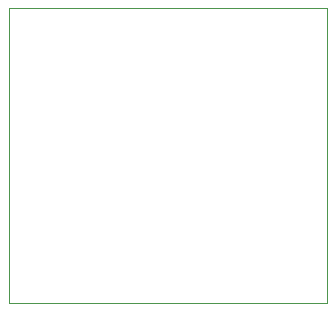
<source format=gbr>
G04 #@! TF.GenerationSoftware,KiCad,Pcbnew,(5.1.5)-3*
G04 #@! TF.CreationDate,2020-11-29T18:58:37+00:00*
G04 #@! TF.ProjectId,Retrospector_Power_Test_LM2675,52657472-6f73-4706-9563-746f725f506f,rev?*
G04 #@! TF.SameCoordinates,Original*
G04 #@! TF.FileFunction,Profile,NP*
%FSLAX46Y46*%
G04 Gerber Fmt 4.6, Leading zero omitted, Abs format (unit mm)*
G04 Created by KiCad (PCBNEW (5.1.5)-3) date 2020-11-29 18:58:37*
%MOMM*%
%LPD*%
G04 APERTURE LIST*
%ADD10C,0.100000*%
G04 APERTURE END LIST*
D10*
X112000000Y-74000000D02*
X112000000Y-49000000D01*
X112000000Y-74000000D02*
X85000000Y-74000000D01*
X85000000Y-49000000D02*
X85000000Y-74000000D01*
X85000000Y-49000000D02*
X112000000Y-49000000D01*
M02*

</source>
